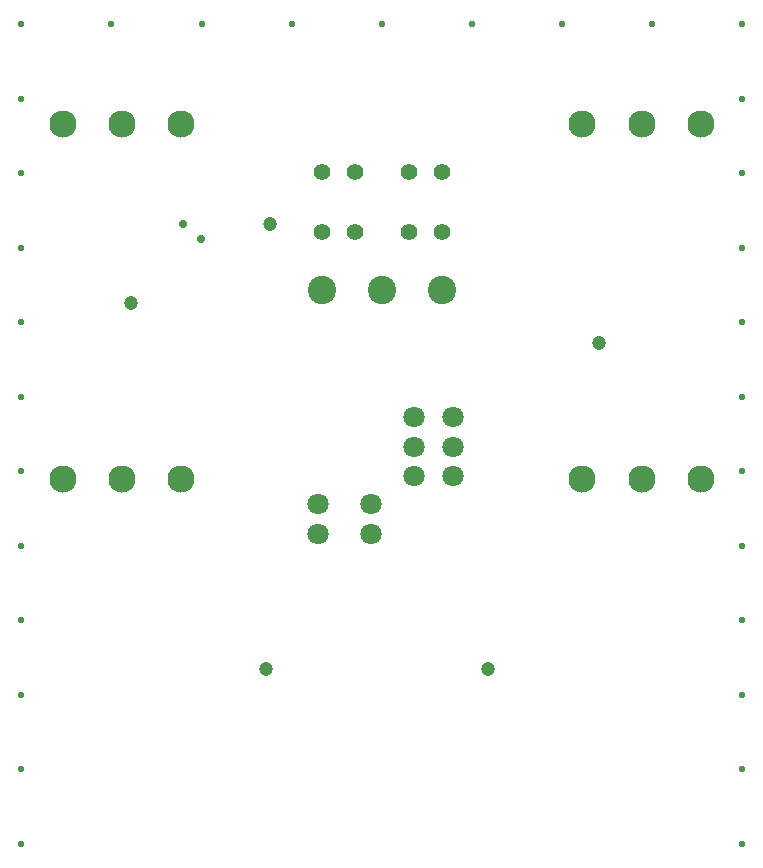
<source format=gbs>
%FSLAX46Y46*%
%MOMM*%
%AMPS10*
1,1,2.300000,0.000000,0.000000*
%
%ADD10PS10*%
%AMPS11*
1,1,1.800000,0.000000,0.000000*
%
%ADD11PS11*%
%AMPS15*
1,1,1.800000,0.000000,0.000000*
%
%ADD15PS15*%
%AMPS16*
1,1,1.800000,0.000000,0.000000*
%
%ADD16PS16*%
%AMPS13*
1,1,2.400000,0.000000,0.000000*
%
%ADD13PS13*%
%AMPS14*
1,1,1.400000,0.000000,0.000000*
%
%ADD14PS14*%
%AMPS12*
1,1,1.400000,0.000000,0.000000*
%
%ADD12PS12*%
%AMPS18*
1,1,1.200000,0.000000,0.000000*
%
%ADD18PS18*%
%AMPS17*
1,1,0.550000,0.000000,0.000000*
%
%ADD17PS17*%
%AMPS19*
1,1,0.700000,0.000000,0.000000*
%
%ADD19PS19*%
G01*
%LPD*%
G01*
%LPD*%
G75*
D10*
X4500000Y31930000D03*
D10*
X14500000Y31930000D03*
D10*
X9500000Y31930000D03*
D10*
X4500000Y61930000D03*
D10*
X14500000Y61930000D03*
D10*
X9500000Y61930000D03*
D10*
X48500000Y31930000D03*
D10*
X58500000Y31930000D03*
D10*
X53500000Y31930000D03*
D11*
X30600000Y27290000D03*
D11*
X30600000Y29830000D03*
D12*
X29220000Y57910000D03*
D12*
X29220000Y52830000D03*
D13*
X31500000Y47930000D03*
D13*
X36580000Y47930000D03*
D13*
X26420000Y47930000D03*
D14*
X33780000Y52830000D03*
D14*
X33780000Y57910000D03*
D10*
X48500000Y61930000D03*
D10*
X58500000Y61930000D03*
D10*
X53500000Y61930000D03*
D15*
X37500000Y32130000D03*
D15*
X34200000Y34630000D03*
D15*
X34200000Y37130000D03*
D15*
X34200000Y32130000D03*
D15*
X37500000Y34630000D03*
D15*
X37500000Y37130000D03*
D14*
X26420000Y52830000D03*
D14*
X26420000Y57910000D03*
D16*
X26100000Y29830000D03*
D16*
X26100000Y27290000D03*
D12*
X36580000Y57910000D03*
D12*
X36580000Y52830000D03*
D17*
X1000000Y32570000D03*
D17*
X31500000Y70430000D03*
D17*
X62000000Y32570000D03*
D17*
X16250000Y70430000D03*
D17*
X62000000Y7330000D03*
D17*
X1000000Y45190000D03*
D17*
X54375000Y70430000D03*
D17*
X39125000Y70430000D03*
D17*
X1000000Y64120000D03*
D17*
X23875000Y70430000D03*
D17*
X62000000Y38880000D03*
D18*
X10310000Y46770000D03*
D17*
X1000000Y38880000D03*
D18*
X40500000Y15830000D03*
D17*
X62000000Y45190000D03*
D17*
X62000000Y1000000D03*
D17*
X62000000Y70430000D03*
D17*
X62000000Y64120000D03*
D17*
X1000000Y57810000D03*
D17*
X1000000Y7330000D03*
D17*
X62000000Y26260000D03*
D19*
X16170000Y52190000D03*
D18*
X49910000Y43390000D03*
D17*
X62000000Y13640000D03*
D17*
X1000000Y13640000D03*
D17*
X46750000Y70430000D03*
D17*
X62000000Y51500000D03*
D17*
X1000000Y1000000D03*
D18*
X21700000Y15830000D03*
D19*
X14670000Y53470000D03*
D18*
X22060000Y53470000D03*
D17*
X62000000Y57810000D03*
D17*
X1000000Y51500000D03*
D17*
X1000000Y19950000D03*
D17*
X8625000Y70430000D03*
D17*
X62000000Y19950000D03*
D17*
X1000000Y26260000D03*
D17*
X1000000Y70430000D03*
M02*

</source>
